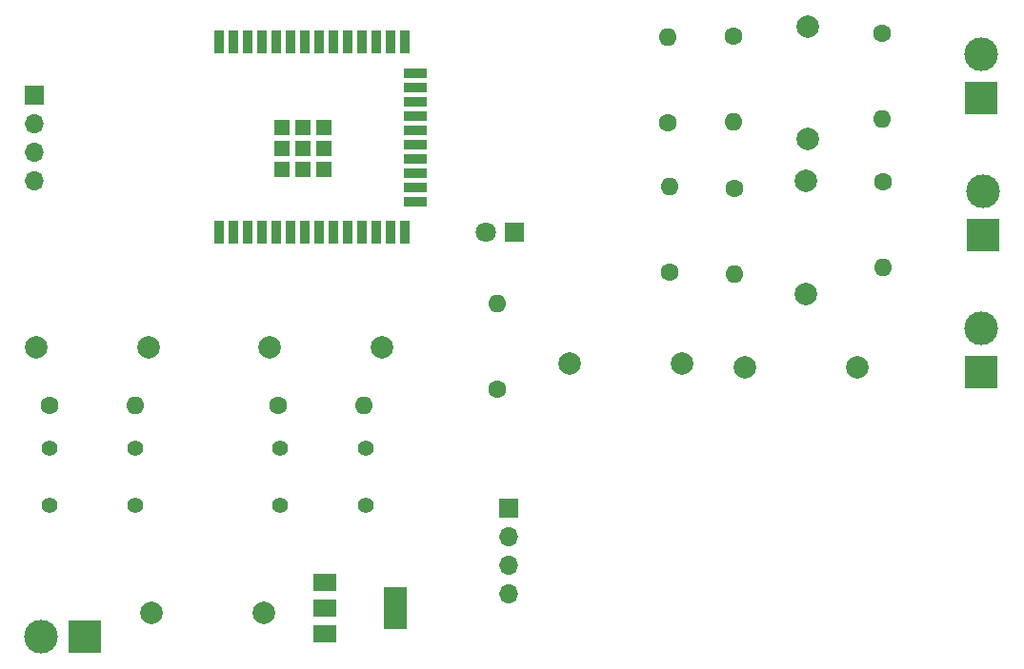
<source format=gbr>
%TF.GenerationSoftware,KiCad,Pcbnew,6.0.8-f2edbf62ab~116~ubuntu20.04.1*%
%TF.CreationDate,2023-03-15T13:48:08-03:00*%
%TF.ProjectId,placa-TAI,706c6163-612d-4544-9149-2e6b69636164,rev?*%
%TF.SameCoordinates,Original*%
%TF.FileFunction,Soldermask,Top*%
%TF.FilePolarity,Negative*%
%FSLAX46Y46*%
G04 Gerber Fmt 4.6, Leading zero omitted, Abs format (unit mm)*
G04 Created by KiCad (PCBNEW 6.0.8-f2edbf62ab~116~ubuntu20.04.1) date 2023-03-15 13:48:08*
%MOMM*%
%LPD*%
G01*
G04 APERTURE LIST*
%ADD10C,1.397000*%
%ADD11C,1.600000*%
%ADD12O,1.600000X1.600000*%
%ADD13R,1.700000X1.700000*%
%ADD14O,1.700000X1.700000*%
%ADD15R,3.000000X3.000000*%
%ADD16C,3.000000*%
%ADD17C,2.000000*%
%ADD18R,0.900000X2.000000*%
%ADD19R,2.000000X0.900000*%
%ADD20R,1.330000X1.330000*%
%ADD21R,1.800000X1.800000*%
%ADD22C,1.800000*%
%ADD23R,2.000000X1.500000*%
%ADD24R,2.000000X3.800000*%
G04 APERTURE END LIST*
D10*
%TO.C,SW1*%
X95760000Y-99700000D03*
X103380000Y-99700000D03*
X95760000Y-104780000D03*
X103380000Y-104780000D03*
%TD*%
D11*
%TO.C,R9*%
X95760000Y-95870000D03*
D12*
X103380000Y-95870000D03*
%TD*%
D11*
%TO.C,R7*%
X150920000Y-84060000D03*
D12*
X150920000Y-76440000D03*
%TD*%
D13*
%TO.C,J3*%
X136560000Y-105000000D03*
D14*
X136560000Y-107540000D03*
X136560000Y-110080000D03*
X136560000Y-112620000D03*
%TD*%
D15*
%TO.C,J6*%
X178750000Y-80752500D03*
D16*
X178750000Y-76872500D03*
%TD*%
D15*
%TO.C,J1*%
X178560000Y-68567500D03*
D16*
X178560000Y-64687500D03*
%TD*%
D11*
%TO.C,R2*%
X156580000Y-63030000D03*
D12*
X156580000Y-70650000D03*
%TD*%
D17*
%TO.C,C3*%
X104860000Y-114390000D03*
X114860000Y-114390000D03*
%TD*%
%TO.C,C2*%
X115340000Y-90700000D03*
X125340000Y-90700000D03*
%TD*%
%TO.C,C6*%
X142030000Y-92210000D03*
X152030000Y-92210000D03*
%TD*%
D11*
%TO.C,R5*%
X169830000Y-76020000D03*
D12*
X169830000Y-83640000D03*
%TD*%
D11*
%TO.C,R8*%
X135550000Y-94480000D03*
D12*
X135550000Y-86860000D03*
%TD*%
D13*
%TO.C,J4*%
X94460000Y-68290000D03*
D14*
X94460000Y-70830000D03*
X94460000Y-73370000D03*
X94460000Y-75910000D03*
%TD*%
D11*
%TO.C,R1*%
X169760000Y-62820000D03*
D12*
X169760000Y-70440000D03*
%TD*%
D17*
%TO.C,C5*%
X94570000Y-90700000D03*
X104570000Y-90700000D03*
%TD*%
D15*
%TO.C,J5*%
X98920000Y-116430000D03*
D16*
X95040000Y-116430000D03*
%TD*%
D18*
%TO.C,U1*%
X110810000Y-80527500D03*
X112080000Y-80527500D03*
X113350000Y-80527500D03*
X114620000Y-80527500D03*
X115890000Y-80527500D03*
X117160000Y-80527500D03*
X118430000Y-80527500D03*
X119700000Y-80527500D03*
X120970000Y-80527500D03*
X122240000Y-80527500D03*
X123510000Y-80527500D03*
X124780000Y-80527500D03*
X126050000Y-80527500D03*
X127320000Y-80527500D03*
D19*
X128320000Y-77742500D03*
X128320000Y-76472500D03*
X128320000Y-75202500D03*
X128320000Y-73932500D03*
X128320000Y-72662500D03*
X128320000Y-71392500D03*
X128320000Y-70122500D03*
X128320000Y-68852500D03*
X128320000Y-67582500D03*
X128320000Y-66312500D03*
D18*
X127320000Y-63527500D03*
X126050000Y-63527500D03*
X124780000Y-63527500D03*
X123510000Y-63527500D03*
X122240000Y-63527500D03*
X120970000Y-63527500D03*
X119700000Y-63527500D03*
X118430000Y-63527500D03*
X117160000Y-63527500D03*
X115890000Y-63527500D03*
X114620000Y-63527500D03*
X113350000Y-63527500D03*
X112080000Y-63527500D03*
X110810000Y-63527500D03*
D20*
X116475000Y-74862500D03*
X116475000Y-73027500D03*
X116475000Y-71192500D03*
X118310000Y-74862500D03*
X118310000Y-73027500D03*
X118310000Y-71192500D03*
X120145000Y-74862500D03*
X120145000Y-73027500D03*
X120145000Y-71192500D03*
%TD*%
D15*
%TO.C,J2*%
X178560000Y-92937500D03*
D16*
X178560000Y-89057500D03*
%TD*%
D17*
%TO.C,C4*%
X157570000Y-92520000D03*
X167570000Y-92520000D03*
%TD*%
D21*
%TO.C,D3*%
X137120000Y-80510000D03*
D22*
X134580000Y-80510000D03*
%TD*%
D23*
%TO.C,U2*%
X120230000Y-111620000D03*
D24*
X126530000Y-113920000D03*
D23*
X120230000Y-113920000D03*
X120230000Y-116220000D03*
%TD*%
D11*
%TO.C,R4*%
X116100000Y-95870000D03*
D12*
X123720000Y-95870000D03*
%TD*%
D10*
%TO.C,SW2*%
X123920000Y-99700000D03*
X116300000Y-99700000D03*
X116300000Y-104780000D03*
X123920000Y-104780000D03*
%TD*%
D11*
%TO.C,R6*%
X156630000Y-76550000D03*
D12*
X156630000Y-84170000D03*
%TD*%
D11*
%TO.C,R3*%
X150730000Y-70770000D03*
D12*
X150730000Y-63150000D03*
%TD*%
D17*
%TO.C,C7*%
X162980000Y-85950000D03*
X162980000Y-75950000D03*
%TD*%
%TO.C,C1*%
X163130000Y-72210000D03*
X163130000Y-62210000D03*
%TD*%
M02*

</source>
